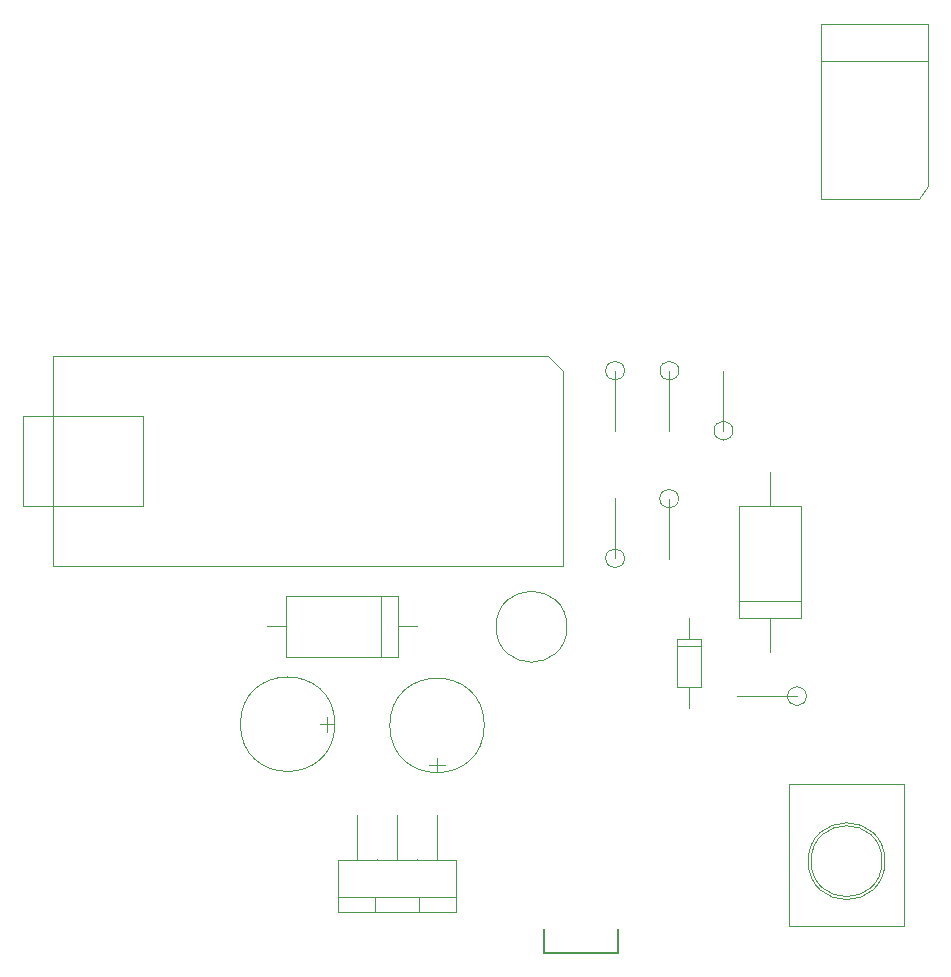
<source format=gbr>
G04 #@! TF.GenerationSoftware,KiCad,Pcbnew,(5.0.0)*
G04 #@! TF.CreationDate,2018-09-07T11:03:02+01:00*
G04 #@! TF.ProjectId,OpenSpritzer,4F70656E53707269747A65722E6B6963,rev?*
G04 #@! TF.SameCoordinates,Original*
G04 #@! TF.FileFunction,Other,Fab,Top*
%FSLAX46Y46*%
G04 Gerber Fmt 4.6, Leading zero omitted, Abs format (unit mm)*
G04 Created by KiCad (PCBNEW (5.0.0)) date 09/07/18 11:03:02*
%MOMM*%
%LPD*%
G01*
G04 APERTURE LIST*
%ADD10C,0.100000*%
%ADD11C,0.150000*%
G04 APERTURE END LIST*
D10*
G04 #@! TO.C,*
X147900000Y-102500000D02*
X147900000Y-107580000D01*
X148700000Y-102500000D02*
G75*
G03X148700000Y-102500000I-800000J0D01*
G01*
X152500000Y-102500000D02*
X152500000Y-107580000D01*
X153300000Y-102500000D02*
G75*
G03X153300000Y-102500000I-800000J0D01*
G01*
X157075000Y-107575000D02*
X157075000Y-102495000D01*
X157875000Y-107575000D02*
G75*
G03X157875000Y-107575000I-800000J0D01*
G01*
X152475000Y-113325000D02*
X152475000Y-118405000D01*
X153275000Y-113325000D02*
G75*
G03X153275000Y-113325000I-800000J0D01*
G01*
X147900000Y-118375000D02*
X147900000Y-113295000D01*
X148700000Y-118375000D02*
G75*
G03X148700000Y-118375000I-800000J0D01*
G01*
X123525000Y-133075000D02*
X123525000Y-131775000D01*
X124125000Y-132425000D02*
X122925000Y-132425000D01*
X124175000Y-132425000D02*
G75*
G03X124175000Y-132425000I-4000000J0D01*
G01*
X163300000Y-130050000D02*
X158220000Y-130050000D01*
X164100000Y-130050000D02*
G75*
G03X164100000Y-130050000I-800000J0D01*
G01*
D11*
X148110000Y-149785000D02*
X148110000Y-151785000D01*
X141890000Y-151785000D02*
X148110000Y-151785000D01*
X141890000Y-149785000D02*
X141890000Y-151785000D01*
D10*
X174375000Y-86820000D02*
X174375000Y-73120000D01*
X165375000Y-88000000D02*
X173625000Y-88000000D01*
X165375000Y-73120000D02*
X165375000Y-88000000D01*
X174375000Y-73120000D02*
X165375000Y-73120000D01*
X174375000Y-76300000D02*
X165375000Y-76300000D01*
X174380425Y-86816787D02*
X173625000Y-88000000D01*
X170750000Y-144025000D02*
G75*
G03X170750000Y-144025000I-3250000J0D01*
G01*
X170500000Y-144025000D02*
G75*
G03X170500000Y-144025000I-3000000J0D01*
G01*
X172400000Y-137525000D02*
X162600000Y-137525000D01*
X162600000Y-137525000D02*
X162600000Y-149525000D01*
X162600000Y-149525000D02*
X172400000Y-149525000D01*
X172400000Y-149525000D02*
X172400000Y-137525000D01*
X107950000Y-106310000D02*
X107950000Y-113930000D01*
X107950000Y-113930000D02*
X97790000Y-113930000D01*
X97790000Y-113930000D02*
X97790000Y-106310000D01*
X97790000Y-106310000D02*
X107950000Y-106310000D01*
X100330000Y-119010000D02*
X100330000Y-101230000D01*
X100330000Y-101230000D02*
X142240000Y-101230000D01*
X142240000Y-101230000D02*
X143510000Y-102500000D01*
X143510000Y-102500000D02*
X143510000Y-119010000D01*
X143510000Y-119010000D02*
X100330000Y-119010000D01*
X155150000Y-125235000D02*
X153150000Y-125235000D01*
X153150000Y-125235000D02*
X153150000Y-129235000D01*
X153150000Y-129235000D02*
X155150000Y-129235000D01*
X155150000Y-129235000D02*
X155150000Y-125235000D01*
X154150000Y-123425000D02*
X154150000Y-125235000D01*
X154150000Y-131045000D02*
X154150000Y-129235000D01*
X155150000Y-125835000D02*
X153150000Y-125835000D01*
X158395000Y-123445000D02*
X163605000Y-123445000D01*
X163605000Y-123445000D02*
X163605000Y-113915000D01*
X163605000Y-113915000D02*
X158395000Y-113915000D01*
X158395000Y-113915000D02*
X158395000Y-123445000D01*
X161000000Y-126300000D02*
X161000000Y-123445000D01*
X161000000Y-111060000D02*
X161000000Y-113915000D01*
X158395000Y-122015500D02*
X163605000Y-122015500D01*
X136825000Y-132525000D02*
G75*
G03X136825000Y-132525000I-4000000J0D01*
G01*
X132825000Y-136475000D02*
X132825000Y-135275000D01*
X132175000Y-135875000D02*
X133475000Y-135875000D01*
X129525000Y-126750000D02*
X129525000Y-121550000D01*
X129525000Y-121550000D02*
X120025000Y-121550000D01*
X120025000Y-121550000D02*
X120025000Y-126750000D01*
X120025000Y-126750000D02*
X129525000Y-126750000D01*
X131125000Y-124150000D02*
X129525000Y-124150000D01*
X118425000Y-124150000D02*
X120025000Y-124150000D01*
X128100000Y-126750000D02*
X128100000Y-121550000D01*
X143825000Y-124175000D02*
G75*
G03X143825000Y-124175000I-3000000J0D01*
G01*
X134425000Y-148325000D02*
X134425000Y-143925000D01*
X134425000Y-143925000D02*
X124425000Y-143925000D01*
X124425000Y-143925000D02*
X124425000Y-148325000D01*
X124425000Y-148325000D02*
X134425000Y-148325000D01*
X134425000Y-147055000D02*
X124425000Y-147055000D01*
X131275000Y-148325000D02*
X131275000Y-147055000D01*
X127575000Y-148325000D02*
X127575000Y-147055000D01*
X132825000Y-143925000D02*
X132825000Y-140125000D01*
X131125000Y-143925000D02*
X131125000Y-143825000D01*
X129425000Y-143925000D02*
X129425000Y-140125000D01*
X127725000Y-143925000D02*
X127725000Y-143825000D01*
X126025000Y-143925000D02*
X126025000Y-140125000D01*
G04 #@! TD*
G04 #@! TO.C,*
D11*
G04 #@! TD*
M02*

</source>
